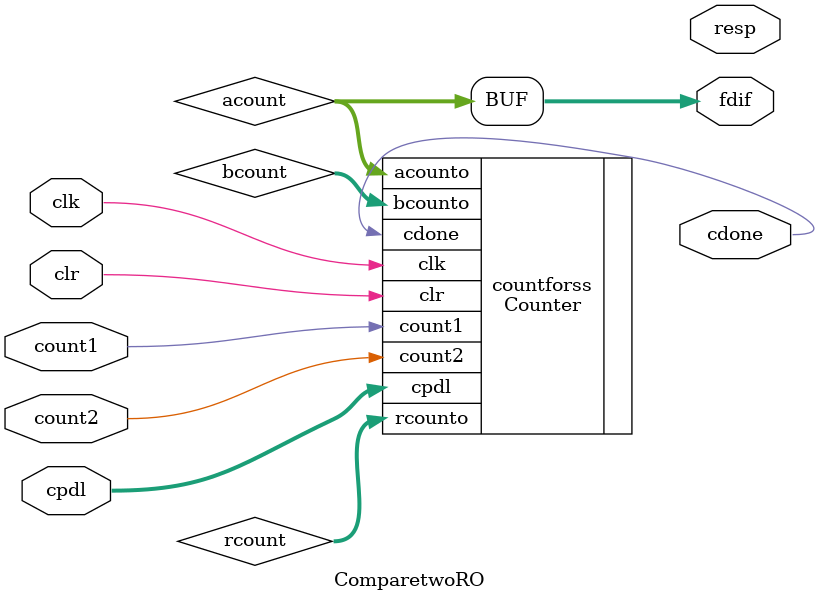
<source format=v>
`timescale 1ns / 1ps
module ComparetwoRO(
	output [31:0] fdif,
	output reg resp,
    output cdone,
	 input clk,
	 input clr,
	 //input ten,
	 input [4:0] cpdl,
	 input count1,count2
    );
// wire count1,count2;
 wire [18:0] rcount;
 wire [1:0] cres;
wire  tca,tcb;
 wire [31:0] acount;
 wire [31:0] bcount;
(*KEEP = "TRUE"*) wire Q,Qn,Qend;
(*KEEP = "TRUE"*) wire temp;
//(*DONT_TOUCH = "TRUE"*) (*KEEP_HIERARCHY="TRUE"*) ringo ring1 (.rout(count1),.en(1'b1),.cpdl(cpdl));
//(*DONT_TOUCH = "TRUE"*) (*KEEP_HIERARCHY="TRUE"*) ringo ring2 (.rout(count2),.en(1'b1),.cpdl(cpdl));
//assign temp=(Q);
//assign resp=Qn;
 //assign tca=&acount[18:0];
 //assign tcb=&bcount[18:0];
 
(*DONT_TOUCH = "TRUE"*) (*KEEP_HIERARCHY="TRUE"*) Counter countforss (.cdone(cdone),.rcounto(rcount), .acounto(acount), .bcounto(bcount), .clk(clk),.clr(clr), .cpdl(cpdl), .count1(count1), .count2(count2));

//assign fdif= (&rcount[17:0]==1'b1) ? rcount[18:0] : 32'hABCD_4321;
//assign fdif=rcount[18:0];
//assign cdone= (&rcount[18:0]==1'b1) ? 1'b1 : 1'b0;

//always @(posedge clk) cdone= &rcount[18:0];
//assign fdif [18:0] = rcount [18:0];
assign fdif = acount;

//assign cdone= (clr==1'b1) ? 1'b0 : (((&acount[11:0]==1'b1) || (&bcount[11:0]==1'b1)) ? 1'b1 : 1'b0);
//assign fa=acount/rcount;
//assign fb=bcount/rcount;

/*always @(posedge clk) begin
if(&rcount[18:0]==1'b1) begin
*//*	if(acount>bcount) begin
	   resp=1'b1;
		fdif=(acount-bcount);//fdif=(fa-fb);
	end
	else begin
	   resp=1'b0;
		fdif=(bcount-acount);//fdif=(fb-fa);
	end*//*
	fdif <= rcount[18:0];
	cdone<=1'b1;
end
else begin
//fdif=32'h00000000;
fdif <= 32'hABCD_4321;
//resp<=1'bZ;
cdone<=1'b0;
end
end
*/
/*
always @(*) begin
if(clr==1'b1)
cdone<=1'b0;
else if((tca==1'b1) || (tcb==1'b1))
cdone<=1'b1;
end
*/
/*
//always @(posedge clk) begin
always @(*) begin
if(clr==1'b1)
cdone<=1'b0;
else if((acount[27]==1'b1) || (bcount[27]==1'b1))
cdone<=1'b1;
end
*/

/*
(*DONT_TOUCH = "TRUE"*) LUT2 #(.INIT(4'h7)) nandu (.O(Qn),.I0(tca),.I1(Q));
(*DONT_TOUCH = "TRUE"*) LUT2 #(.INIT(4'h7)) nandd (.O(Q),.I0(Qn),.I1(tcb));

//(*DONT_TOUCH = "TRUE"*) LUT2 #(.INIT(4'hE)) orend (.O(Qend),.I0(Qn),.I1(Q));
//(*DONT_TOUCH = "TRUE"*) LUT2 #(.INIT(4'hD)) orend (.O(Qend),.I0(Qn),.I1(Q));

//(*DONT_TOUCH = "TRUE"*) FDCE #(.INIT(1'b0)) dff3 (.D(Qend),.C(ten),.CE(1'b1),.CLR(clr),.Q(resp));
(*DONT_TOUCH = "TRUE"*) FDCE #(.INIT(1'b0)) dff3 (.D(Qn),.C(ten),.CE(1'b1),.CLR(clr),.Q(resp)); //Wonderful results
*/

//always @(posedge clk) begin
//fdif<={13'd0,rcount};
//fdif<=rcount;
//end

endmodule

</source>
